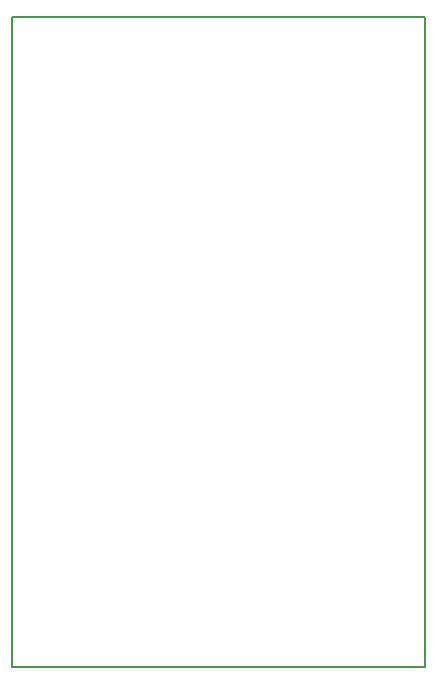
<source format=gm1>
G04 #@! TF.GenerationSoftware,KiCad,Pcbnew,9.0.2*
G04 #@! TF.CreationDate,2025-06-23T20:15:19+02:00*
G04 #@! TF.ProjectId,coral-ir,636f7261-6c2d-4697-922e-6b696361645f,rev?*
G04 #@! TF.SameCoordinates,Original*
G04 #@! TF.FileFunction,Profile,NP*
%FSLAX46Y46*%
G04 Gerber Fmt 4.6, Leading zero omitted, Abs format (unit mm)*
G04 Created by KiCad (PCBNEW 9.0.2) date 2025-06-23 20:15:19*
%MOMM*%
%LPD*%
G01*
G04 APERTURE LIST*
G04 #@! TA.AperFunction,Profile*
%ADD10C,0.200000*%
G04 #@! TD*
G04 APERTURE END LIST*
D10*
X90000000Y-40000000D02*
X125000000Y-40000000D01*
X125000000Y-95000000D01*
X90000000Y-95000000D01*
X90000000Y-40000000D01*
M02*

</source>
